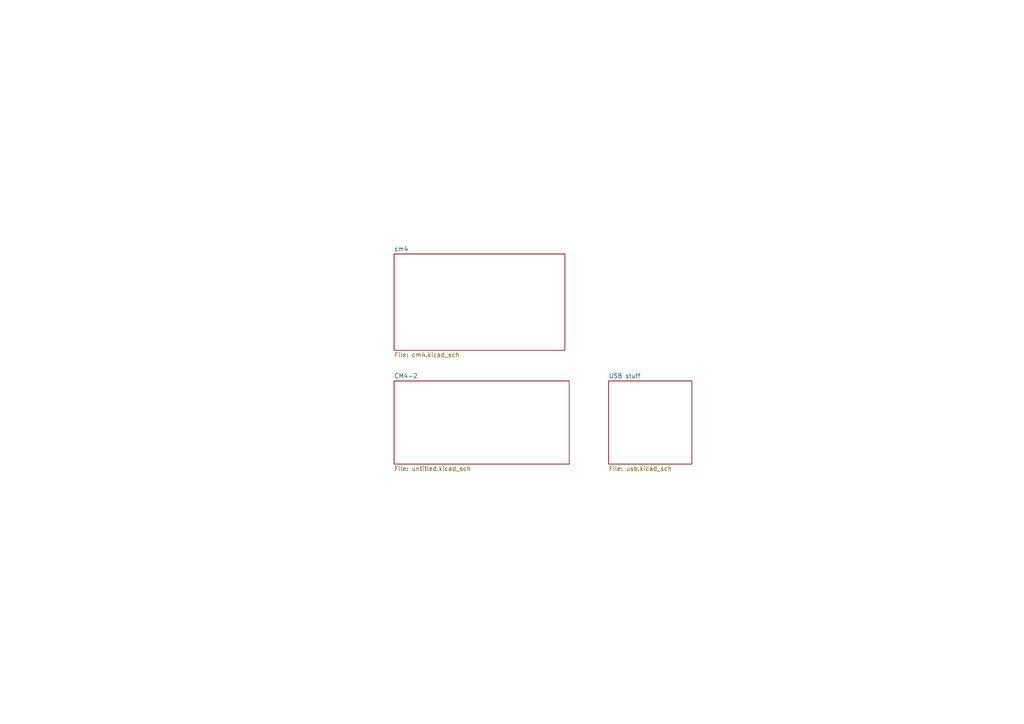
<source format=kicad_sch>
(kicad_sch
	(version 20250114)
	(generator "eeschema")
	(generator_version "9.0")
	(uuid "dcbea2a6-438c-4c89-8cc5-bc5cbeb8189c")
	(paper "A4")
	(lib_symbols)
	(sheet
		(at 114.3 73.66)
		(size 49.53 27.94)
		(exclude_from_sim no)
		(in_bom yes)
		(on_board yes)
		(dnp no)
		(fields_autoplaced yes)
		(stroke
			(width 0.1524)
			(type solid)
		)
		(fill
			(color 0 0 0 0.0000)
		)
		(uuid "0a6c66fd-a1af-4a5b-9852-4a1bcc18b9cc")
		(property "Sheetname" "cm4"
			(at 114.3 72.9484 0)
			(effects
				(font
					(size 1.27 1.27)
				)
				(justify left bottom)
			)
		)
		(property "Sheetfile" "cm4.kicad_sch"
			(at 114.3 102.1846 0)
			(effects
				(font
					(size 1.27 1.27)
				)
				(justify left top)
			)
		)
		(instances
			(project "weu"
				(path "/dcbea2a6-438c-4c89-8cc5-bc5cbeb8189c"
					(page "2")
				)
			)
		)
	)
	(sheet
		(at 176.53 110.49)
		(size 24.13 24.13)
		(exclude_from_sim no)
		(in_bom yes)
		(on_board yes)
		(dnp no)
		(fields_autoplaced yes)
		(stroke
			(width 0.1524)
			(type solid)
		)
		(fill
			(color 0 0 0 0.0000)
		)
		(uuid "d24a0dbf-8411-47ba-80f7-f3e076e6989d")
		(property "Sheetname" "USB stuff"
			(at 176.53 109.7784 0)
			(effects
				(font
					(size 1.27 1.27)
				)
				(justify left bottom)
			)
		)
		(property "Sheetfile" "usb.kicad_sch"
			(at 176.53 135.2046 0)
			(effects
				(font
					(size 1.27 1.27)
				)
				(justify left top)
			)
		)
		(instances
			(project "weu"
				(path "/dcbea2a6-438c-4c89-8cc5-bc5cbeb8189c"
					(page "4")
				)
			)
		)
	)
	(sheet
		(at 114.3 110.49)
		(size 50.8 24.13)
		(exclude_from_sim no)
		(in_bom yes)
		(on_board yes)
		(dnp no)
		(fields_autoplaced yes)
		(stroke
			(width 0.1524)
			(type solid)
		)
		(fill
			(color 0 0 0 0.0000)
		)
		(uuid "e670d57d-7b43-4f66-a64b-77c5377ceefd")
		(property "Sheetname" "CM4-2"
			(at 114.3 109.7784 0)
			(effects
				(font
					(size 1.27 1.27)
				)
				(justify left bottom)
			)
		)
		(property "Sheetfile" "untitled.kicad_sch"
			(at 114.3 135.2046 0)
			(effects
				(font
					(size 1.27 1.27)
				)
				(justify left top)
			)
		)
		(instances
			(project "weu"
				(path "/dcbea2a6-438c-4c89-8cc5-bc5cbeb8189c"
					(page "3")
				)
			)
		)
	)
	(sheet_instances
		(path "/"
			(page "1")
		)
	)
	(embedded_fonts no)
)

</source>
